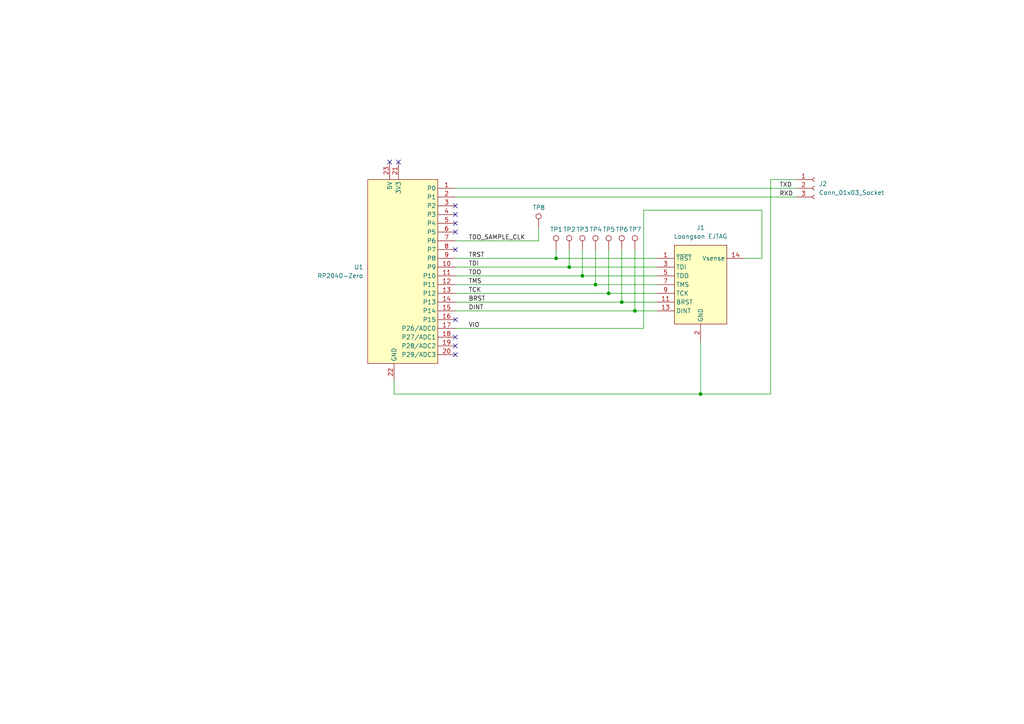
<source format=kicad_sch>
(kicad_sch (version 20231120) (generator "eeschema") (generator_version "8.0")
  (paper "A4")
  (lib_symbols
    (symbol "Connector:Conn_01x03_Socket" (pin_names (offset 1.016) hide)
      (property "Reference" "J" (at 0 5.08 0))
      (property "Value" "Conn_01x03_Socket" (at 0 -5.08 0))
      (symbol "Conn_01x03_Socket_1_1"
        (arc (start 0 -2.032) (mid -0.5058 -2.54) (end 0 -3.048) (stroke (width 0.1524)))
        (polyline (pts (xy -1.27 -2.54) (xy -0.508 -2.54)) (stroke (width 0.1524)))
        (polyline (pts (xy -1.27 0) (xy -0.508 0)) (stroke (width 0.1524)))
        (polyline (pts (xy -1.27 2.54) (xy -0.508 2.54)) (stroke (width 0.1524)))
        (arc (start 0 0.508) (mid -0.5058 0) (end 0 -0.508) (stroke (width 0.1524)))
        (arc (start 0 3.048) (mid -0.5058 2.54) (end 0 2.032) (stroke (width 0.1524)))
        (pin passive line (at -5.08 2.54 0) (length 3.81) (name "Pin_1") (number "1"))
        (pin passive line (at -5.08 0 0) (length 3.81) (name "Pin_2") (number "2"))
        (pin passive line (at -5.08 -2.54 0) (length 3.81) (name "Pin_3") (number "3"))
      )
    )
    (symbol "Connector:TestPoint" (pin_numbers hide) (pin_names (offset 0.762) hide)
      (property "Reference" "TP" (at 0 6.858 0))
      (property "Value" "TestPoint" (at 0 5.08 0))
      (symbol "TestPoint_0_1"
        (circle (center 0 3.302) (radius 0.762))
      )
      (symbol "TestPoint_1_1"
        (pin passive line (at 0 0 90) (length 2.54) (name "1") (number "1"))
      )
    )
    (symbol "Rigo_DevBoards:Loongson_EJTAG_Conn"
      (property "Reference" "J" (at 1.27 1.27 0))
      (property "Value" "Loongson EJTAG" (at 1.27 1.27 0))
      (symbol "Loongson_EJTAG_Conn_0_0"
        (pin input line (at 12.7 7.62 180) (length 5.08) (name "~{TRST}") (number "1"))
        (pin power_in line (at 0 -16.51 90) (length 5.08) hide (name "GND") (number "10"))
        (pin input line (at 12.7 -5.08 180) (length 5.08) (name "BRST") (number "11"))
        (pin no_connect line (at -12.7 -7.62 0) (length 5.08) hide (name "KEY") (number "12"))
        (pin input line (at 12.7 -7.62 180) (length 5.08) (name "DINT") (number "13"))
        (pin power_in line (at 0 -16.51 90) (length 5.08) (name "GND") (number "2"))
        (pin input line (at 12.7 5.08 180) (length 5.08) (name "TDI") (number "3"))
        (pin power_in line (at 0 -16.51 90) (length 5.08) hide (name "GND") (number "4"))
        (pin output line (at 12.7 2.54 180) (length 5.08) (name "TDO") (number "5"))
        (pin power_in line (at 0 -16.51 90) (length 5.08) hide (name "GND") (number "6"))
        (pin input line (at 12.7 0 180) (length 5.08) (name "TMS") (number "7"))
        (pin power_in line (at 0 -16.51 90) (length 5.08) hide (name "GND") (number "8"))
        (pin input line (at 12.7 -2.54 180) (length 5.08) (name "TCK") (number "9"))
      )
      (symbol "Loongson_EJTAG_Conn_1_0"
        (pin output line (at -12.7 7.62 0) (length 5.08) (name "Vsense") (number "14"))
      )
      (symbol "Loongson_EJTAG_Conn_1_1"
        (rectangle (start -7.62 11.43) (end 7.62 -11.43) (fill (type background)))
      )
    )
    (symbol "Rigo_DevBoards:RP2040-Zero-Breakout"
      (property "Reference" "U" (at 0 0 0))
      (property "Value" "RP2040-Zero" (at 0 0 0))
      (symbol "RP2040-Zero-Breakout_0_0"
        (pin bidirectional line (at 17.78 24.13 180) (length 5.08) (name "P0") (number "1"))
        (pin bidirectional line (at 17.78 1.27 180) (length 5.08) (name "P9") (number "10"))
        (pin bidirectional line (at 17.78 -1.27 180) (length 5.08) (name "P10") (number "11"))
        (pin bidirectional line (at 17.78 -3.81 180) (length 5.08) (name "P11") (number "12"))
        (pin bidirectional line (at 17.78 -6.35 180) (length 5.08) (name "P12") (number "13"))
        (pin bidirectional line (at 17.78 -8.89 180) (length 5.08) (name "P13") (number "14"))
        (pin bidirectional line (at 17.78 -11.43 180) (length 5.08) (name "P14") (number "15"))
        (pin bidirectional line (at 17.78 -13.97 180) (length 5.08) (name "P15") (number "16"))
        (pin bidirectional line (at 17.78 -16.51 180) (length 5.08) (name "P26/ADC0") (number "17"))
        (pin bidirectional line (at 17.78 -19.05 180) (length 5.08) (name "P27/ADC1") (number "18"))
        (pin bidirectional line (at 17.78 -21.59 180) (length 5.08) (name "P28/ADC2") (number "19"))
        (pin bidirectional line (at 17.78 21.59 180) (length 5.08) (name "P1") (number "2"))
        (pin bidirectional line (at 17.78 -24.13 180) (length 5.08) (name "P29/ADC3") (number "20"))
        (pin power_out line (at 1.27 31.75 270) (length 5.08) (name "3V3") (number "21"))
        (pin power_out line (at 0 -31.75 90) (length 5.08) (name "GND") (number "22"))
        (pin power_out line (at -1.27 31.75 270) (length 5.08) (name "5V") (number "23"))
        (pin bidirectional line (at 17.78 19.05 180) (length 5.08) (name "P2") (number "3"))
        (pin bidirectional line (at 17.78 16.51 180) (length 5.08) (name "P3") (number "4"))
        (pin bidirectional line (at 17.78 13.97 180) (length 5.08) (name "P4") (number "5"))
        (pin bidirectional line (at 17.78 11.43 180) (length 5.08) (name "P5") (number "6"))
        (pin bidirectional line (at 17.78 8.89 180) (length 5.08) (name "P6") (number "7"))
        (pin bidirectional line (at 17.78 6.35 180) (length 5.08) (name "P7") (number "8"))
        (pin bidirectional line (at 17.78 3.81 180) (length 5.08) (name "P8") (number "9"))
      )
      (symbol "RP2040-Zero-Breakout_1_1"
        (rectangle (start -7.62 26.67) (end 12.7 -26.67) (fill (type background)))
      )
    )
  )
  (junction (at 165.1 77.47))
  (junction (at 168.91 80.01))
  (junction (at 184.15 90.17))
  (junction (at 180.34 87.63))
  (junction (at 203.2 114.3))
  (junction (at 161.29 74.93))
  (junction (at 176.53 85.09))
  (junction (at 172.72 82.55))
  (no_connect (at 132.08 64.77))
  (no_connect (at 132.08 67.31))
  (no_connect (at 132.08 72.39))
  (no_connect (at 132.08 102.87))
  (no_connect (at 132.08 92.71))
  (no_connect (at 132.08 62.23))
  (no_connect (at 113.03 46.99))
  (no_connect (at 132.08 59.69))
  (no_connect (at 132.08 97.79))
  (no_connect (at 132.08 100.33))
  (no_connect (at 115.57 46.99))
  (wire (pts (xy 165.1 77.47) (xy 190.5 77.47)))
  (wire (pts (xy 231.14 52.07) (xy 223.52 52.07)))
  (wire (pts (xy 172.72 72.39) (xy 172.72 82.55)))
  (wire (pts (xy 132.08 80.01) (xy 168.91 80.01)))
  (wire (pts (xy 180.34 72.39) (xy 180.34 87.63)))
  (wire (pts (xy 132.08 87.63) (xy 180.34 87.63)))
  (wire (pts (xy 223.52 114.3) (xy 203.2 114.3)))
  (wire (pts (xy 186.69 95.25) (xy 186.69 60.96)))
  (wire (pts (xy 203.2 114.3) (xy 203.2 99.06)))
  (wire (pts (xy 172.72 82.55) (xy 190.5 82.55)))
  (wire (pts (xy 132.08 74.93) (xy 161.29 74.93)))
  (wire (pts (xy 114.3 110.49) (xy 114.3 114.3)))
  (wire (pts (xy 220.98 60.96) (xy 220.98 74.93)))
  (wire (pts (xy 132.08 77.47) (xy 165.1 77.47)))
  (wire (pts (xy 132.08 54.61) (xy 231.14 54.61)))
  (wire (pts (xy 161.29 72.39) (xy 161.29 74.93)))
  (wire (pts (xy 132.08 95.25) (xy 186.69 95.25)))
  (wire (pts (xy 184.15 72.39) (xy 184.15 90.17)))
  (wire (pts (xy 220.98 74.93) (xy 215.9 74.93)))
  (wire (pts (xy 132.08 90.17) (xy 184.15 90.17)))
  (wire (pts (xy 168.91 72.39) (xy 168.91 80.01)))
  (wire (pts (xy 161.29 74.93) (xy 190.5 74.93)))
  (wire (pts (xy 132.08 85.09) (xy 176.53 85.09)))
  (wire (pts (xy 156.21 66.04) (xy 156.21 69.85)))
  (wire (pts (xy 165.1 72.39) (xy 165.1 77.47)))
  (wire (pts (xy 176.53 72.39) (xy 176.53 85.09)))
  (wire (pts (xy 186.69 60.96) (xy 220.98 60.96)))
  (wire (pts (xy 176.53 85.09) (xy 190.5 85.09)))
  (wire (pts (xy 168.91 80.01) (xy 190.5 80.01)))
  (wire (pts (xy 223.52 52.07) (xy 223.52 114.3)))
  (wire (pts (xy 132.08 69.85) (xy 156.21 69.85)))
  (wire (pts (xy 132.08 57.15) (xy 231.14 57.15)))
  (wire (pts (xy 132.08 82.55) (xy 172.72 82.55)))
  (wire (pts (xy 184.15 90.17) (xy 190.5 90.17)))
  (wire (pts (xy 180.34 87.63) (xy 190.5 87.63)))
  (wire (pts (xy 114.3 114.3) (xy 203.2 114.3)))
  (label "TDO_SAMPLE_CLK" (at 135.89 69.85 0))
  (label "RXD" (at 226.06 57.15 0))
  (label "TDI" (at 135.89 77.47 0))
  (label "TDO" (at 135.89 80.01 0))
  (label "DINT" (at 135.89 90.17 0))
  (label "TXD" (at 226.06 54.61 0))
  (label "VIO" (at 135.89 95.25 0))
  (label "BRST" (at 135.89 87.63 0))
  (label "TMS" (at 135.89 82.55 0))
  (label "TRST" (at 135.89 74.93 0))
  (label "TCK" (at 135.89 85.09 0))
  (symbol (lib_id "Connector:TestPoint") (at 168.91 72.39 0) (unit 1)
    (property "Reference" "TP3" (at 167.132 66.548 0) (effects (justify left)))
    (property "Value" "TestPoint" (effects (hide yes)))
    (property "Footprint" "Connector_PinHeader_2.54mm:PinHeader_1x01_P2.54mm_Vertical" (effects (hide yes)))
    (property "Description" "test point" (effects (hide yes)))
  )
  (symbol (lib_id "Connector:TestPoint") (at 165.1 72.39 0) (unit 1)
    (property "Reference" "TP2" (at 163.322 66.548 0) (effects (justify left)))
    (property "Value" "TestPoint" (effects (hide yes)))
    (property "Footprint" "Connector_PinHeader_2.54mm:PinHeader_1x01_P2.54mm_Vertical" (effects (hide yes)))
    (property "Description" "test point" (effects (hide yes)))
  )
  (symbol (lib_id "Connector:Conn_01x03_Socket") (at 236.22 54.61 0) (unit 1)
    (property "Reference" "J2" (at 237.49 53.3399 0) (effects (justify left)))
    (property "Value" "Conn_01x03_Socket" (at 237.49 55.8799 0) (effects (justify left)))
    (property "Footprint" "Connector_PinHeader_2.54mm:PinHeader_1x03_P2.54mm_Vertical" (effects (hide yes)))
    (property "Description" "Generic connector, single row, 01x03, script generated" (effects (hide yes)))
  )
  (symbol (lib_id "Rigo_DevBoards:RP2040-Zero-Breakout") (at 114.3 78.74 0) (unit 1)
    (property "Reference" "U1" (at 105.41 77.4699 0) (effects (justify right)))
    (property "Value" "RP2040-Zero" (at 105.41 80.0099 0) (effects (justify right)))
    (property "Footprint" "Rigo_Breakout_Board:RP2040-Zero" (effects (hide yes)))
    (property "Datasheet" "https://www.waveshare.com/wiki/RP2040-Zero" (effects (hide yes)))
  )
  (symbol (lib_id "Connector:TestPoint") (at 180.34 72.39 0) (unit 1)
    (property "Reference" "TP6" (at 178.562 66.548 0) (effects (justify left)))
    (property "Value" "TestPoint" (effects (hide yes)))
    (property "Footprint" "Connector_PinHeader_2.54mm:PinHeader_1x01_P2.54mm_Vertical" (effects (hide yes)))
    (property "Description" "test point" (effects (hide yes)))
  )
  (symbol (lib_id "Rigo_DevBoards:Loongson_EJTAG_Conn") (at 203.2 82.55 0) (mirror y) (unit 1)
    (property "Reference" "J1" (at 203.2 66.04 0))
    (property "Value" "Loongson EJTAG" (at 203.2 68.58 0))
    (property "Footprint" "Connector_IDC:IDC-Header_2x07_P2.54mm_Vertical" (effects (hide yes)))
  )
  (symbol (lib_id "Connector:TestPoint") (at 161.29 72.39 0) (unit 1)
    (property "Reference" "TP1" (at 159.512 66.548 0) (effects (justify left)))
    (property "Value" "TestPoint" (effects (hide yes)))
    (property "Footprint" "Connector_PinHeader_2.54mm:PinHeader_1x01_P2.54mm_Vertical" (effects (hide yes)))
    (property "Description" "test point" (effects (hide yes)))
  )
  (symbol (lib_id "Connector:TestPoint") (at 176.53 72.39 0) (unit 1)
    (property "Reference" "TP5" (at 174.752 66.548 0) (effects (justify left)))
    (property "Value" "TestPoint" (effects (hide yes)))
    (property "Footprint" "Connector_PinHeader_2.54mm:PinHeader_1x01_P2.54mm_Vertical" (effects (hide yes)))
    (property "Description" "test point" (effects (hide yes)))
  )
  (symbol (lib_id "Connector:TestPoint") (at 184.15 72.39 0) (unit 1)
    (property "Reference" "TP7" (at 182.372 66.548 0) (effects (justify left)))
    (property "Value" "TestPoint" (effects (hide yes)))
    (property "Footprint" "Connector_PinHeader_2.54mm:PinHeader_1x01_P2.54mm_Vertical" (effects (hide yes)))
    (property "Description" "test point" (effects (hide yes)))
  )
  (symbol (lib_id "Connector:TestPoint") (at 156.21 66.04 0) (unit 1)
    (property "Reference" "TP8" (at 154.432 60.198 0) (effects (justify left)))
    (property "Value" "TestPoint" (effects (hide yes)))
    (property "Footprint" "Connector_PinHeader_2.54mm:PinHeader_1x01_P2.54mm_Vertical" (effects (hide yes)))
    (property "Description" "test point" (effects (hide yes)))
  )
  (symbol (lib_id "Connector:TestPoint") (at 172.72 72.39 0) (unit 1)
    (property "Reference" "TP4" (at 170.942 66.548 0) (effects (justify left)))
    (property "Value" "TestPoint" (effects (hide yes)))
    (property "Footprint" "Connector_PinHeader_2.54mm:PinHeader_1x01_P2.54mm_Vertical" (effects (hide yes)))
    (property "Description" "test point" (effects (hide yes)))
  )
)
</source>
